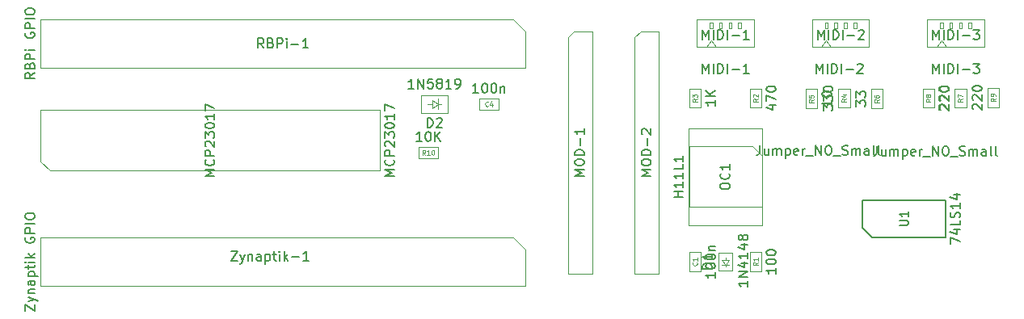
<source format=gbr>
G04 #@! TF.GenerationSoftware,KiCad,Pcbnew,5.0.2-5.fc29*
G04 #@! TF.CreationDate,2019-06-12T15:27:29+02:00*
G04 #@! TF.ProjectId,zynthian_zynaptik,7a796e74-6869-4616-9e5f-7a796e617074,1.0*
G04 #@! TF.SameCoordinates,Original*
G04 #@! TF.FileFunction,Other,Fab,Top*
%FSLAX46Y46*%
G04 Gerber Fmt 4.6, Leading zero omitted, Abs format (unit mm)*
G04 Created by KiCad (PCBNEW 5.0.2-5.fc29) date mié 12 jun 2019 15:27:29 CEST*
%MOMM*%
%LPD*%
G01*
G04 APERTURE LIST*
%ADD10C,0.150000*%
%ADD11C,0.100000*%
%ADD12C,0.135000*%
%ADD13C,0.080000*%
G04 APERTURE END LIST*
D10*
G04 #@! TO.C,U1*
X155352500Y-124076500D02*
X155352500Y-121176500D01*
X155352500Y-121176500D02*
X164052500Y-121176500D01*
X164052500Y-121176500D02*
X164052500Y-125076500D01*
X164052500Y-125076500D02*
X156352500Y-125076500D01*
X156352500Y-125076500D02*
X155352500Y-124076500D01*
D11*
G04 #@! TO.C,MCP23017*
X69215000Y-117110000D02*
X69215000Y-111760000D01*
X69215000Y-111760000D02*
X104775000Y-111760000D01*
X104775000Y-111760000D02*
X104775000Y-118110000D01*
X104775000Y-118110000D02*
X70215000Y-118110000D01*
X70215000Y-118110000D02*
X69215000Y-117110000D01*
G04 #@! TO.C,C1*
X138395000Y-128635000D02*
X137195000Y-128635000D01*
X137195000Y-128635000D02*
X137195000Y-126635000D01*
X137195000Y-126635000D02*
X138395000Y-126635000D01*
X138395000Y-126635000D02*
X138395000Y-128635000D01*
G04 #@! TO.C,C4*
X115205000Y-110525000D02*
X117205000Y-110525000D01*
X115205000Y-111725000D02*
X115205000Y-110525000D01*
X117205000Y-111725000D02*
X115205000Y-111725000D01*
X117205000Y-110525000D02*
X117205000Y-111725000D01*
G04 #@! TO.C,D1*
X140270000Y-128535000D02*
X140270000Y-126735000D01*
X140270000Y-126735000D02*
X141670000Y-126735000D01*
X141670000Y-126735000D02*
X141670000Y-128535000D01*
X141670000Y-128535000D02*
X140270000Y-128535000D01*
X140620000Y-127935000D02*
X141320000Y-127935000D01*
X140970000Y-127935000D02*
X140970000Y-128135000D01*
X140970000Y-127935000D02*
X140620000Y-127435000D01*
X140620000Y-127435000D02*
X141320000Y-127435000D01*
X141320000Y-127435000D02*
X140970000Y-127935000D01*
X140970000Y-127435000D02*
X140970000Y-127185000D01*
G04 #@! TO.C,D2*
X110240000Y-111125000D02*
X109740000Y-111125000D01*
X110240000Y-110725000D02*
X110840000Y-111125000D01*
X110240000Y-111525000D02*
X110240000Y-110725000D01*
X110840000Y-111125000D02*
X110240000Y-111525000D01*
X110840000Y-111125000D02*
X110840000Y-110575000D01*
X110840000Y-111125000D02*
X110840000Y-111675000D01*
X111240000Y-111125000D02*
X110840000Y-111125000D01*
X111890000Y-110225000D02*
X111890000Y-112025000D01*
X109090000Y-110225000D02*
X111890000Y-110225000D01*
X109090000Y-112025000D02*
X109090000Y-110225000D01*
X111890000Y-112025000D02*
X109090000Y-112025000D01*
G04 #@! TO.C,MIDI-1*
X137970000Y-105140000D02*
X143970000Y-105140000D01*
X137970000Y-102240000D02*
X143970000Y-102240000D01*
X137970000Y-105140000D02*
X137970000Y-102240000D01*
X143970000Y-105140000D02*
X143970000Y-102240000D01*
X139320000Y-102590000D02*
X139320000Y-103190000D01*
X139320000Y-103190000D02*
X139620000Y-103190000D01*
X139620000Y-103190000D02*
X139620000Y-102590000D01*
X139620000Y-102590000D02*
X139320000Y-102590000D01*
X140320000Y-102590000D02*
X140320000Y-103190000D01*
X140320000Y-103190000D02*
X140620000Y-103190000D01*
X140620000Y-103190000D02*
X140620000Y-102590000D01*
X140620000Y-102590000D02*
X140320000Y-102590000D01*
X141320000Y-102590000D02*
X141320000Y-103190000D01*
X141320000Y-103190000D02*
X141620000Y-103190000D01*
X141620000Y-103190000D02*
X141620000Y-102590000D01*
X141620000Y-102590000D02*
X141320000Y-102590000D01*
X142320000Y-102590000D02*
X142320000Y-103190000D01*
X142320000Y-103190000D02*
X142620000Y-103190000D01*
X142620000Y-103190000D02*
X142620000Y-102590000D01*
X142620000Y-102590000D02*
X142320000Y-102590000D01*
X138970000Y-105140000D02*
X139470000Y-104432893D01*
X139470000Y-104432893D02*
X139970000Y-105140000D01*
G04 #@! TO.C,MIDI-2*
X151535000Y-104432893D02*
X152035000Y-105140000D01*
X151035000Y-105140000D02*
X151535000Y-104432893D01*
X154685000Y-102590000D02*
X154385000Y-102590000D01*
X154685000Y-103190000D02*
X154685000Y-102590000D01*
X154385000Y-103190000D02*
X154685000Y-103190000D01*
X154385000Y-102590000D02*
X154385000Y-103190000D01*
X153685000Y-102590000D02*
X153385000Y-102590000D01*
X153685000Y-103190000D02*
X153685000Y-102590000D01*
X153385000Y-103190000D02*
X153685000Y-103190000D01*
X153385000Y-102590000D02*
X153385000Y-103190000D01*
X152685000Y-102590000D02*
X152385000Y-102590000D01*
X152685000Y-103190000D02*
X152685000Y-102590000D01*
X152385000Y-103190000D02*
X152685000Y-103190000D01*
X152385000Y-102590000D02*
X152385000Y-103190000D01*
X151685000Y-102590000D02*
X151385000Y-102590000D01*
X151685000Y-103190000D02*
X151685000Y-102590000D01*
X151385000Y-103190000D02*
X151685000Y-103190000D01*
X151385000Y-102590000D02*
X151385000Y-103190000D01*
X156035000Y-105140000D02*
X156035000Y-102240000D01*
X150035000Y-105140000D02*
X150035000Y-102240000D01*
X150035000Y-102240000D02*
X156035000Y-102240000D01*
X150035000Y-105140000D02*
X156035000Y-105140000D01*
G04 #@! TO.C,MIDI-3*
X162100000Y-105140000D02*
X168100000Y-105140000D01*
X162100000Y-102240000D02*
X168100000Y-102240000D01*
X162100000Y-105140000D02*
X162100000Y-102240000D01*
X168100000Y-105140000D02*
X168100000Y-102240000D01*
X163450000Y-102590000D02*
X163450000Y-103190000D01*
X163450000Y-103190000D02*
X163750000Y-103190000D01*
X163750000Y-103190000D02*
X163750000Y-102590000D01*
X163750000Y-102590000D02*
X163450000Y-102590000D01*
X164450000Y-102590000D02*
X164450000Y-103190000D01*
X164450000Y-103190000D02*
X164750000Y-103190000D01*
X164750000Y-103190000D02*
X164750000Y-102590000D01*
X164750000Y-102590000D02*
X164450000Y-102590000D01*
X165450000Y-102590000D02*
X165450000Y-103190000D01*
X165450000Y-103190000D02*
X165750000Y-103190000D01*
X165750000Y-103190000D02*
X165750000Y-102590000D01*
X165750000Y-102590000D02*
X165450000Y-102590000D01*
X166450000Y-102590000D02*
X166450000Y-103190000D01*
X166450000Y-103190000D02*
X166750000Y-103190000D01*
X166750000Y-103190000D02*
X166750000Y-102590000D01*
X166750000Y-102590000D02*
X166450000Y-102590000D01*
X163100000Y-105140000D02*
X163600000Y-104432893D01*
X163600000Y-104432893D02*
X164100000Y-105140000D01*
G04 #@! TO.C,MOD-1*
X125095000Y-103505000D02*
X127000000Y-103505000D01*
X127000000Y-103505000D02*
X127000000Y-128905000D01*
X127000000Y-128905000D02*
X124460000Y-128905000D01*
X124460000Y-128905000D02*
X124460000Y-104140000D01*
X124460000Y-104140000D02*
X125095000Y-103505000D01*
G04 #@! TO.C,MOD-2*
X131445000Y-104140000D02*
X132080000Y-103505000D01*
X131445000Y-128905000D02*
X131445000Y-104140000D01*
X133985000Y-128905000D02*
X131445000Y-128905000D01*
X133985000Y-103505000D02*
X133985000Y-128905000D01*
X132080000Y-103505000D02*
X133985000Y-103505000D01*
G04 #@! TO.C,OC1*
X144840000Y-123825000D02*
X144840000Y-113665000D01*
X137100000Y-123825000D02*
X144840000Y-123825000D01*
X137100000Y-113665000D02*
X137100000Y-123825000D01*
X144840000Y-113665000D02*
X137100000Y-113665000D01*
X143780000Y-115570000D02*
X144780000Y-116570000D01*
X137160000Y-115570000D02*
X143780000Y-115570000D01*
X137160000Y-121920000D02*
X137160000Y-115570000D01*
X144780000Y-121920000D02*
X137160000Y-121920000D01*
X144780000Y-116570000D02*
X144780000Y-121920000D01*
G04 #@! TO.C,R1*
X144745000Y-126635000D02*
X144745000Y-128635000D01*
X143545000Y-126635000D02*
X144745000Y-126635000D01*
X143545000Y-128635000D02*
X143545000Y-126635000D01*
X144745000Y-128635000D02*
X143545000Y-128635000D01*
G04 #@! TO.C,R2*
X144745000Y-109490000D02*
X144745000Y-111490000D01*
X143545000Y-109490000D02*
X144745000Y-109490000D01*
X143545000Y-111490000D02*
X143545000Y-109490000D01*
X144745000Y-111490000D02*
X143545000Y-111490000D01*
G04 #@! TO.C,R3*
X138395000Y-111490000D02*
X137195000Y-111490000D01*
X137195000Y-111490000D02*
X137195000Y-109490000D01*
X137195000Y-109490000D02*
X138395000Y-109490000D01*
X138395000Y-109490000D02*
X138395000Y-111490000D01*
G04 #@! TO.C,R10*
X110855000Y-115605000D02*
X110855000Y-116805000D01*
X110855000Y-116805000D02*
X108855000Y-116805000D01*
X108855000Y-116805000D02*
X108855000Y-115605000D01*
X108855000Y-115605000D02*
X110855000Y-115605000D01*
G04 #@! TO.C,RBPi-1*
X118745000Y-102235000D02*
X120015000Y-103505000D01*
X69215000Y-102235000D02*
X118745000Y-102235000D01*
X69215000Y-107315000D02*
X69215000Y-102235000D01*
X120015000Y-107315000D02*
X69215000Y-107315000D01*
X120015000Y-103505000D02*
X120015000Y-107315000D01*
G04 #@! TO.C,Zynaptik-1*
X120015000Y-126365000D02*
X120015000Y-130175000D01*
X120015000Y-130175000D02*
X69215000Y-130175000D01*
X69215000Y-130175000D02*
X69215000Y-125095000D01*
X69215000Y-125095000D02*
X118745000Y-125095000D01*
X118745000Y-125095000D02*
X120015000Y-126365000D01*
G04 #@! TO.C,R4*
X152816000Y-111490000D02*
X152816000Y-109490000D01*
X154016000Y-111490000D02*
X152816000Y-111490000D01*
X154016000Y-109490000D02*
X154016000Y-111490000D01*
X152816000Y-109490000D02*
X154016000Y-109490000D01*
G04 #@! TO.C,R5*
X150587000Y-111553500D02*
X149387000Y-111553500D01*
X149387000Y-111553500D02*
X149387000Y-109553500D01*
X149387000Y-109553500D02*
X150587000Y-109553500D01*
X150587000Y-109553500D02*
X150587000Y-111553500D01*
G04 #@! TO.C,R6*
X156245000Y-111553500D02*
X156245000Y-109553500D01*
X157445000Y-111553500D02*
X156245000Y-111553500D01*
X157445000Y-109553500D02*
X157445000Y-111553500D01*
X156245000Y-109553500D02*
X157445000Y-109553500D01*
G04 #@! TO.C,R7*
X165008000Y-109490000D02*
X166208000Y-109490000D01*
X166208000Y-109490000D02*
X166208000Y-111490000D01*
X166208000Y-111490000D02*
X165008000Y-111490000D01*
X165008000Y-111490000D02*
X165008000Y-109490000D01*
G04 #@! TO.C,R8*
X162842500Y-109490000D02*
X162842500Y-111490000D01*
X161642500Y-109490000D02*
X162842500Y-109490000D01*
X161642500Y-111490000D02*
X161642500Y-109490000D01*
X162842500Y-111490000D02*
X161642500Y-111490000D01*
G04 #@! TO.C,R9*
X168437000Y-109426500D02*
X169637000Y-109426500D01*
X169637000Y-109426500D02*
X169637000Y-111426500D01*
X169637000Y-111426500D02*
X168437000Y-111426500D01*
X168437000Y-111426500D02*
X168437000Y-109426500D01*
G04 #@! TD*
G04 #@! TO.C,U1*
D10*
X164529880Y-125769357D02*
X164529880Y-125102690D01*
X165529880Y-125531261D01*
X164863214Y-124293166D02*
X165529880Y-124293166D01*
X164482261Y-124531261D02*
X165196547Y-124769357D01*
X165196547Y-124150309D01*
X165529880Y-123293166D02*
X165529880Y-123769357D01*
X164529880Y-123769357D01*
X165482261Y-123007452D02*
X165529880Y-122864595D01*
X165529880Y-122626500D01*
X165482261Y-122531261D01*
X165434642Y-122483642D01*
X165339404Y-122436023D01*
X165244166Y-122436023D01*
X165148928Y-122483642D01*
X165101309Y-122531261D01*
X165053690Y-122626500D01*
X165006071Y-122816976D01*
X164958452Y-122912214D01*
X164910833Y-122959833D01*
X164815595Y-123007452D01*
X164720357Y-123007452D01*
X164625119Y-122959833D01*
X164577500Y-122912214D01*
X164529880Y-122816976D01*
X164529880Y-122578880D01*
X164577500Y-122436023D01*
X165529880Y-121483642D02*
X165529880Y-122055071D01*
X165529880Y-121769357D02*
X164529880Y-121769357D01*
X164672738Y-121864595D01*
X164767976Y-121959833D01*
X164815595Y-122055071D01*
X164863214Y-120626500D02*
X165529880Y-120626500D01*
X164482261Y-120864595D02*
X165196547Y-121102690D01*
X165196547Y-120483642D01*
D12*
X159209642Y-123812214D02*
X159938214Y-123812214D01*
X160023928Y-123769357D01*
X160066785Y-123726500D01*
X160109642Y-123640785D01*
X160109642Y-123469357D01*
X160066785Y-123383642D01*
X160023928Y-123340785D01*
X159938214Y-123297928D01*
X159209642Y-123297928D01*
X160109642Y-122397928D02*
X160109642Y-122912214D01*
X160109642Y-122655071D02*
X159209642Y-122655071D01*
X159338214Y-122740785D01*
X159423928Y-122826500D01*
X159466785Y-122912214D01*
G04 #@! TO.C,MCP23017*
D10*
X106287380Y-118649285D02*
X105287380Y-118649285D01*
X106001666Y-118315952D01*
X105287380Y-117982619D01*
X106287380Y-117982619D01*
X106192142Y-116935000D02*
X106239761Y-116982619D01*
X106287380Y-117125476D01*
X106287380Y-117220714D01*
X106239761Y-117363571D01*
X106144523Y-117458809D01*
X106049285Y-117506428D01*
X105858809Y-117554047D01*
X105715952Y-117554047D01*
X105525476Y-117506428D01*
X105430238Y-117458809D01*
X105335000Y-117363571D01*
X105287380Y-117220714D01*
X105287380Y-117125476D01*
X105335000Y-116982619D01*
X105382619Y-116935000D01*
X106287380Y-116506428D02*
X105287380Y-116506428D01*
X105287380Y-116125476D01*
X105335000Y-116030238D01*
X105382619Y-115982619D01*
X105477857Y-115935000D01*
X105620714Y-115935000D01*
X105715952Y-115982619D01*
X105763571Y-116030238D01*
X105811190Y-116125476D01*
X105811190Y-116506428D01*
X105382619Y-115554047D02*
X105335000Y-115506428D01*
X105287380Y-115411190D01*
X105287380Y-115173095D01*
X105335000Y-115077857D01*
X105382619Y-115030238D01*
X105477857Y-114982619D01*
X105573095Y-114982619D01*
X105715952Y-115030238D01*
X106287380Y-115601666D01*
X106287380Y-114982619D01*
X105287380Y-114649285D02*
X105287380Y-114030238D01*
X105668333Y-114363571D01*
X105668333Y-114220714D01*
X105715952Y-114125476D01*
X105763571Y-114077857D01*
X105858809Y-114030238D01*
X106096904Y-114030238D01*
X106192142Y-114077857D01*
X106239761Y-114125476D01*
X106287380Y-114220714D01*
X106287380Y-114506428D01*
X106239761Y-114601666D01*
X106192142Y-114649285D01*
X105287380Y-113411190D02*
X105287380Y-113315952D01*
X105335000Y-113220714D01*
X105382619Y-113173095D01*
X105477857Y-113125476D01*
X105668333Y-113077857D01*
X105906428Y-113077857D01*
X106096904Y-113125476D01*
X106192142Y-113173095D01*
X106239761Y-113220714D01*
X106287380Y-113315952D01*
X106287380Y-113411190D01*
X106239761Y-113506428D01*
X106192142Y-113554047D01*
X106096904Y-113601666D01*
X105906428Y-113649285D01*
X105668333Y-113649285D01*
X105477857Y-113601666D01*
X105382619Y-113554047D01*
X105335000Y-113506428D01*
X105287380Y-113411190D01*
X106287380Y-112125476D02*
X106287380Y-112696904D01*
X106287380Y-112411190D02*
X105287380Y-112411190D01*
X105430238Y-112506428D01*
X105525476Y-112601666D01*
X105573095Y-112696904D01*
X105287380Y-111792142D02*
X105287380Y-111125476D01*
X106287380Y-111554047D01*
X87447380Y-118649285D02*
X86447380Y-118649285D01*
X87161666Y-118315952D01*
X86447380Y-117982619D01*
X87447380Y-117982619D01*
X87352142Y-116935000D02*
X87399761Y-116982619D01*
X87447380Y-117125476D01*
X87447380Y-117220714D01*
X87399761Y-117363571D01*
X87304523Y-117458809D01*
X87209285Y-117506428D01*
X87018809Y-117554047D01*
X86875952Y-117554047D01*
X86685476Y-117506428D01*
X86590238Y-117458809D01*
X86495000Y-117363571D01*
X86447380Y-117220714D01*
X86447380Y-117125476D01*
X86495000Y-116982619D01*
X86542619Y-116935000D01*
X87447380Y-116506428D02*
X86447380Y-116506428D01*
X86447380Y-116125476D01*
X86495000Y-116030238D01*
X86542619Y-115982619D01*
X86637857Y-115935000D01*
X86780714Y-115935000D01*
X86875952Y-115982619D01*
X86923571Y-116030238D01*
X86971190Y-116125476D01*
X86971190Y-116506428D01*
X86542619Y-115554047D02*
X86495000Y-115506428D01*
X86447380Y-115411190D01*
X86447380Y-115173095D01*
X86495000Y-115077857D01*
X86542619Y-115030238D01*
X86637857Y-114982619D01*
X86733095Y-114982619D01*
X86875952Y-115030238D01*
X87447380Y-115601666D01*
X87447380Y-114982619D01*
X86447380Y-114649285D02*
X86447380Y-114030238D01*
X86828333Y-114363571D01*
X86828333Y-114220714D01*
X86875952Y-114125476D01*
X86923571Y-114077857D01*
X87018809Y-114030238D01*
X87256904Y-114030238D01*
X87352142Y-114077857D01*
X87399761Y-114125476D01*
X87447380Y-114220714D01*
X87447380Y-114506428D01*
X87399761Y-114601666D01*
X87352142Y-114649285D01*
X86447380Y-113411190D02*
X86447380Y-113315952D01*
X86495000Y-113220714D01*
X86542619Y-113173095D01*
X86637857Y-113125476D01*
X86828333Y-113077857D01*
X87066428Y-113077857D01*
X87256904Y-113125476D01*
X87352142Y-113173095D01*
X87399761Y-113220714D01*
X87447380Y-113315952D01*
X87447380Y-113411190D01*
X87399761Y-113506428D01*
X87352142Y-113554047D01*
X87256904Y-113601666D01*
X87066428Y-113649285D01*
X86828333Y-113649285D01*
X86637857Y-113601666D01*
X86542619Y-113554047D01*
X86495000Y-113506428D01*
X86447380Y-113411190D01*
X87447380Y-112125476D02*
X87447380Y-112696904D01*
X87447380Y-112411190D02*
X86447380Y-112411190D01*
X86590238Y-112506428D01*
X86685476Y-112601666D01*
X86733095Y-112696904D01*
X86447380Y-111792142D02*
X86447380Y-111125476D01*
X87447380Y-111554047D01*
G04 #@! TO.C,C1*
X139897380Y-128754047D02*
X139897380Y-129325476D01*
X139897380Y-129039761D02*
X138897380Y-129039761D01*
X139040238Y-129135000D01*
X139135476Y-129230238D01*
X139183095Y-129325476D01*
X138897380Y-128135000D02*
X138897380Y-128039761D01*
X138945000Y-127944523D01*
X138992619Y-127896904D01*
X139087857Y-127849285D01*
X139278333Y-127801666D01*
X139516428Y-127801666D01*
X139706904Y-127849285D01*
X139802142Y-127896904D01*
X139849761Y-127944523D01*
X139897380Y-128039761D01*
X139897380Y-128135000D01*
X139849761Y-128230238D01*
X139802142Y-128277857D01*
X139706904Y-128325476D01*
X139516428Y-128373095D01*
X139278333Y-128373095D01*
X139087857Y-128325476D01*
X138992619Y-128277857D01*
X138945000Y-128230238D01*
X138897380Y-128135000D01*
X138897380Y-127182619D02*
X138897380Y-127087380D01*
X138945000Y-126992142D01*
X138992619Y-126944523D01*
X139087857Y-126896904D01*
X139278333Y-126849285D01*
X139516428Y-126849285D01*
X139706904Y-126896904D01*
X139802142Y-126944523D01*
X139849761Y-126992142D01*
X139897380Y-127087380D01*
X139897380Y-127182619D01*
X139849761Y-127277857D01*
X139802142Y-127325476D01*
X139706904Y-127373095D01*
X139516428Y-127420714D01*
X139278333Y-127420714D01*
X139087857Y-127373095D01*
X138992619Y-127325476D01*
X138945000Y-127277857D01*
X138897380Y-127182619D01*
X139230714Y-126420714D02*
X139897380Y-126420714D01*
X139325952Y-126420714D02*
X139278333Y-126373095D01*
X139230714Y-126277857D01*
X139230714Y-126135000D01*
X139278333Y-126039761D01*
X139373571Y-125992142D01*
X139897380Y-125992142D01*
D13*
X137973571Y-127718333D02*
X137997380Y-127742142D01*
X138021190Y-127813571D01*
X138021190Y-127861190D01*
X137997380Y-127932619D01*
X137949761Y-127980238D01*
X137902142Y-128004047D01*
X137806904Y-128027857D01*
X137735476Y-128027857D01*
X137640238Y-128004047D01*
X137592619Y-127980238D01*
X137545000Y-127932619D01*
X137521190Y-127861190D01*
X137521190Y-127813571D01*
X137545000Y-127742142D01*
X137568809Y-127718333D01*
X138021190Y-127242142D02*
X138021190Y-127527857D01*
X138021190Y-127385000D02*
X137521190Y-127385000D01*
X137592619Y-127432619D01*
X137640238Y-127480238D01*
X137664047Y-127527857D01*
G04 #@! TO.C,C4*
D10*
X115085952Y-109927380D02*
X114514523Y-109927380D01*
X114800238Y-109927380D02*
X114800238Y-108927380D01*
X114705000Y-109070238D01*
X114609761Y-109165476D01*
X114514523Y-109213095D01*
X115705000Y-108927380D02*
X115800238Y-108927380D01*
X115895476Y-108975000D01*
X115943095Y-109022619D01*
X115990714Y-109117857D01*
X116038333Y-109308333D01*
X116038333Y-109546428D01*
X115990714Y-109736904D01*
X115943095Y-109832142D01*
X115895476Y-109879761D01*
X115800238Y-109927380D01*
X115705000Y-109927380D01*
X115609761Y-109879761D01*
X115562142Y-109832142D01*
X115514523Y-109736904D01*
X115466904Y-109546428D01*
X115466904Y-109308333D01*
X115514523Y-109117857D01*
X115562142Y-109022619D01*
X115609761Y-108975000D01*
X115705000Y-108927380D01*
X116657380Y-108927380D02*
X116752619Y-108927380D01*
X116847857Y-108975000D01*
X116895476Y-109022619D01*
X116943095Y-109117857D01*
X116990714Y-109308333D01*
X116990714Y-109546428D01*
X116943095Y-109736904D01*
X116895476Y-109832142D01*
X116847857Y-109879761D01*
X116752619Y-109927380D01*
X116657380Y-109927380D01*
X116562142Y-109879761D01*
X116514523Y-109832142D01*
X116466904Y-109736904D01*
X116419285Y-109546428D01*
X116419285Y-109308333D01*
X116466904Y-109117857D01*
X116514523Y-109022619D01*
X116562142Y-108975000D01*
X116657380Y-108927380D01*
X117419285Y-109260714D02*
X117419285Y-109927380D01*
X117419285Y-109355952D02*
X117466904Y-109308333D01*
X117562142Y-109260714D01*
X117705000Y-109260714D01*
X117800238Y-109308333D01*
X117847857Y-109403571D01*
X117847857Y-109927380D01*
D13*
X116121666Y-111303571D02*
X116097857Y-111327380D01*
X116026428Y-111351190D01*
X115978809Y-111351190D01*
X115907380Y-111327380D01*
X115859761Y-111279761D01*
X115835952Y-111232142D01*
X115812142Y-111136904D01*
X115812142Y-111065476D01*
X115835952Y-110970238D01*
X115859761Y-110922619D01*
X115907380Y-110875000D01*
X115978809Y-110851190D01*
X116026428Y-110851190D01*
X116097857Y-110875000D01*
X116121666Y-110898809D01*
X116550238Y-111017857D02*
X116550238Y-111351190D01*
X116431190Y-110827380D02*
X116312142Y-111184523D01*
X116621666Y-111184523D01*
G04 #@! TO.C,D1*
D10*
X143322380Y-129677857D02*
X143322380Y-130249285D01*
X143322380Y-129963571D02*
X142322380Y-129963571D01*
X142465238Y-130058809D01*
X142560476Y-130154047D01*
X142608095Y-130249285D01*
X143322380Y-129249285D02*
X142322380Y-129249285D01*
X143322380Y-128677857D01*
X142322380Y-128677857D01*
X142655714Y-127773095D02*
X143322380Y-127773095D01*
X142274761Y-128011190D02*
X142989047Y-128249285D01*
X142989047Y-127630238D01*
X143322380Y-126725476D02*
X143322380Y-127296904D01*
X143322380Y-127011190D02*
X142322380Y-127011190D01*
X142465238Y-127106428D01*
X142560476Y-127201666D01*
X142608095Y-127296904D01*
X142655714Y-125868333D02*
X143322380Y-125868333D01*
X142274761Y-126106428D02*
X142989047Y-126344523D01*
X142989047Y-125725476D01*
X142750952Y-125201666D02*
X142703333Y-125296904D01*
X142655714Y-125344523D01*
X142560476Y-125392142D01*
X142512857Y-125392142D01*
X142417619Y-125344523D01*
X142370000Y-125296904D01*
X142322380Y-125201666D01*
X142322380Y-125011190D01*
X142370000Y-124915952D01*
X142417619Y-124868333D01*
X142512857Y-124820714D01*
X142560476Y-124820714D01*
X142655714Y-124868333D01*
X142703333Y-124915952D01*
X142750952Y-125011190D01*
X142750952Y-125201666D01*
X142798571Y-125296904D01*
X142846190Y-125344523D01*
X142941428Y-125392142D01*
X143131904Y-125392142D01*
X143227142Y-125344523D01*
X143274761Y-125296904D01*
X143322380Y-125201666D01*
X143322380Y-125011190D01*
X143274761Y-124915952D01*
X143227142Y-124868333D01*
X143131904Y-124820714D01*
X142941428Y-124820714D01*
X142846190Y-124868333D01*
X142798571Y-124915952D01*
X142750952Y-125011190D01*
X139572380Y-128373095D02*
X138572380Y-128373095D01*
X138572380Y-128135000D01*
X138620000Y-127992142D01*
X138715238Y-127896904D01*
X138810476Y-127849285D01*
X139000952Y-127801666D01*
X139143809Y-127801666D01*
X139334285Y-127849285D01*
X139429523Y-127896904D01*
X139524761Y-127992142D01*
X139572380Y-128135000D01*
X139572380Y-128373095D01*
X139572380Y-126849285D02*
X139572380Y-127420714D01*
X139572380Y-127135000D02*
X138572380Y-127135000D01*
X138715238Y-127230238D01*
X138810476Y-127325476D01*
X138858095Y-127420714D01*
G04 #@! TO.C,D2*
X108347142Y-109477380D02*
X107775714Y-109477380D01*
X108061428Y-109477380D02*
X108061428Y-108477380D01*
X107966190Y-108620238D01*
X107870952Y-108715476D01*
X107775714Y-108763095D01*
X108775714Y-109477380D02*
X108775714Y-108477380D01*
X109347142Y-109477380D01*
X109347142Y-108477380D01*
X110299523Y-108477380D02*
X109823333Y-108477380D01*
X109775714Y-108953571D01*
X109823333Y-108905952D01*
X109918571Y-108858333D01*
X110156666Y-108858333D01*
X110251904Y-108905952D01*
X110299523Y-108953571D01*
X110347142Y-109048809D01*
X110347142Y-109286904D01*
X110299523Y-109382142D01*
X110251904Y-109429761D01*
X110156666Y-109477380D01*
X109918571Y-109477380D01*
X109823333Y-109429761D01*
X109775714Y-109382142D01*
X110918571Y-108905952D02*
X110823333Y-108858333D01*
X110775714Y-108810714D01*
X110728095Y-108715476D01*
X110728095Y-108667857D01*
X110775714Y-108572619D01*
X110823333Y-108525000D01*
X110918571Y-108477380D01*
X111109047Y-108477380D01*
X111204285Y-108525000D01*
X111251904Y-108572619D01*
X111299523Y-108667857D01*
X111299523Y-108715476D01*
X111251904Y-108810714D01*
X111204285Y-108858333D01*
X111109047Y-108905952D01*
X110918571Y-108905952D01*
X110823333Y-108953571D01*
X110775714Y-109001190D01*
X110728095Y-109096428D01*
X110728095Y-109286904D01*
X110775714Y-109382142D01*
X110823333Y-109429761D01*
X110918571Y-109477380D01*
X111109047Y-109477380D01*
X111204285Y-109429761D01*
X111251904Y-109382142D01*
X111299523Y-109286904D01*
X111299523Y-109096428D01*
X111251904Y-109001190D01*
X111204285Y-108953571D01*
X111109047Y-108905952D01*
X112251904Y-109477380D02*
X111680476Y-109477380D01*
X111966190Y-109477380D02*
X111966190Y-108477380D01*
X111870952Y-108620238D01*
X111775714Y-108715476D01*
X111680476Y-108763095D01*
X112728095Y-109477380D02*
X112918571Y-109477380D01*
X113013809Y-109429761D01*
X113061428Y-109382142D01*
X113156666Y-109239285D01*
X113204285Y-109048809D01*
X113204285Y-108667857D01*
X113156666Y-108572619D01*
X113109047Y-108525000D01*
X113013809Y-108477380D01*
X112823333Y-108477380D01*
X112728095Y-108525000D01*
X112680476Y-108572619D01*
X112632857Y-108667857D01*
X112632857Y-108905952D01*
X112680476Y-109001190D01*
X112728095Y-109048809D01*
X112823333Y-109096428D01*
X113013809Y-109096428D01*
X113109047Y-109048809D01*
X113156666Y-109001190D01*
X113204285Y-108905952D01*
X109751904Y-113577380D02*
X109751904Y-112577380D01*
X109990000Y-112577380D01*
X110132857Y-112625000D01*
X110228095Y-112720238D01*
X110275714Y-112815476D01*
X110323333Y-113005952D01*
X110323333Y-113148809D01*
X110275714Y-113339285D01*
X110228095Y-113434523D01*
X110132857Y-113529761D01*
X109990000Y-113577380D01*
X109751904Y-113577380D01*
X110704285Y-112672619D02*
X110751904Y-112625000D01*
X110847142Y-112577380D01*
X111085238Y-112577380D01*
X111180476Y-112625000D01*
X111228095Y-112672619D01*
X111275714Y-112767857D01*
X111275714Y-112863095D01*
X111228095Y-113005952D01*
X110656666Y-113577380D01*
X111275714Y-113577380D01*
G04 #@! TO.C,MIDI-1*
X138565238Y-107894380D02*
X138565238Y-106894380D01*
X138898571Y-107608666D01*
X139231904Y-106894380D01*
X139231904Y-107894380D01*
X139708095Y-107894380D02*
X139708095Y-106894380D01*
X140184285Y-107894380D02*
X140184285Y-106894380D01*
X140422380Y-106894380D01*
X140565238Y-106942000D01*
X140660476Y-107037238D01*
X140708095Y-107132476D01*
X140755714Y-107322952D01*
X140755714Y-107465809D01*
X140708095Y-107656285D01*
X140660476Y-107751523D01*
X140565238Y-107846761D01*
X140422380Y-107894380D01*
X140184285Y-107894380D01*
X141184285Y-107894380D02*
X141184285Y-106894380D01*
X141660476Y-107513428D02*
X142422380Y-107513428D01*
X143422380Y-107894380D02*
X142850952Y-107894380D01*
X143136666Y-107894380D02*
X143136666Y-106894380D01*
X143041428Y-107037238D01*
X142946190Y-107132476D01*
X142850952Y-107180095D01*
X138565238Y-104342380D02*
X138565238Y-103342380D01*
X138898571Y-104056666D01*
X139231904Y-103342380D01*
X139231904Y-104342380D01*
X139708095Y-104342380D02*
X139708095Y-103342380D01*
X140184285Y-104342380D02*
X140184285Y-103342380D01*
X140422380Y-103342380D01*
X140565238Y-103390000D01*
X140660476Y-103485238D01*
X140708095Y-103580476D01*
X140755714Y-103770952D01*
X140755714Y-103913809D01*
X140708095Y-104104285D01*
X140660476Y-104199523D01*
X140565238Y-104294761D01*
X140422380Y-104342380D01*
X140184285Y-104342380D01*
X141184285Y-104342380D02*
X141184285Y-103342380D01*
X141660476Y-103961428D02*
X142422380Y-103961428D01*
X143422380Y-104342380D02*
X142850952Y-104342380D01*
X143136666Y-104342380D02*
X143136666Y-103342380D01*
X143041428Y-103485238D01*
X142946190Y-103580476D01*
X142850952Y-103628095D01*
G04 #@! TO.C,MIDI-2*
X150503238Y-107894380D02*
X150503238Y-106894380D01*
X150836571Y-107608666D01*
X151169904Y-106894380D01*
X151169904Y-107894380D01*
X151646095Y-107894380D02*
X151646095Y-106894380D01*
X152122285Y-107894380D02*
X152122285Y-106894380D01*
X152360380Y-106894380D01*
X152503238Y-106942000D01*
X152598476Y-107037238D01*
X152646095Y-107132476D01*
X152693714Y-107322952D01*
X152693714Y-107465809D01*
X152646095Y-107656285D01*
X152598476Y-107751523D01*
X152503238Y-107846761D01*
X152360380Y-107894380D01*
X152122285Y-107894380D01*
X153122285Y-107894380D02*
X153122285Y-106894380D01*
X153598476Y-107513428D02*
X154360380Y-107513428D01*
X154788952Y-106989619D02*
X154836571Y-106942000D01*
X154931809Y-106894380D01*
X155169904Y-106894380D01*
X155265142Y-106942000D01*
X155312761Y-106989619D01*
X155360380Y-107084857D01*
X155360380Y-107180095D01*
X155312761Y-107322952D01*
X154741333Y-107894380D01*
X155360380Y-107894380D01*
X150630238Y-104342380D02*
X150630238Y-103342380D01*
X150963571Y-104056666D01*
X151296904Y-103342380D01*
X151296904Y-104342380D01*
X151773095Y-104342380D02*
X151773095Y-103342380D01*
X152249285Y-104342380D02*
X152249285Y-103342380D01*
X152487380Y-103342380D01*
X152630238Y-103390000D01*
X152725476Y-103485238D01*
X152773095Y-103580476D01*
X152820714Y-103770952D01*
X152820714Y-103913809D01*
X152773095Y-104104285D01*
X152725476Y-104199523D01*
X152630238Y-104294761D01*
X152487380Y-104342380D01*
X152249285Y-104342380D01*
X153249285Y-104342380D02*
X153249285Y-103342380D01*
X153725476Y-103961428D02*
X154487380Y-103961428D01*
X154915952Y-103437619D02*
X154963571Y-103390000D01*
X155058809Y-103342380D01*
X155296904Y-103342380D01*
X155392142Y-103390000D01*
X155439761Y-103437619D01*
X155487380Y-103532857D01*
X155487380Y-103628095D01*
X155439761Y-103770952D01*
X154868333Y-104342380D01*
X155487380Y-104342380D01*
G04 #@! TO.C,MIDI-3*
X162695238Y-107894380D02*
X162695238Y-106894380D01*
X163028571Y-107608666D01*
X163361904Y-106894380D01*
X163361904Y-107894380D01*
X163838095Y-107894380D02*
X163838095Y-106894380D01*
X164314285Y-107894380D02*
X164314285Y-106894380D01*
X164552380Y-106894380D01*
X164695238Y-106942000D01*
X164790476Y-107037238D01*
X164838095Y-107132476D01*
X164885714Y-107322952D01*
X164885714Y-107465809D01*
X164838095Y-107656285D01*
X164790476Y-107751523D01*
X164695238Y-107846761D01*
X164552380Y-107894380D01*
X164314285Y-107894380D01*
X165314285Y-107894380D02*
X165314285Y-106894380D01*
X165790476Y-107513428D02*
X166552380Y-107513428D01*
X166933333Y-106894380D02*
X167552380Y-106894380D01*
X167219047Y-107275333D01*
X167361904Y-107275333D01*
X167457142Y-107322952D01*
X167504761Y-107370571D01*
X167552380Y-107465809D01*
X167552380Y-107703904D01*
X167504761Y-107799142D01*
X167457142Y-107846761D01*
X167361904Y-107894380D01*
X167076190Y-107894380D01*
X166980952Y-107846761D01*
X166933333Y-107799142D01*
X162695238Y-104342380D02*
X162695238Y-103342380D01*
X163028571Y-104056666D01*
X163361904Y-103342380D01*
X163361904Y-104342380D01*
X163838095Y-104342380D02*
X163838095Y-103342380D01*
X164314285Y-104342380D02*
X164314285Y-103342380D01*
X164552380Y-103342380D01*
X164695238Y-103390000D01*
X164790476Y-103485238D01*
X164838095Y-103580476D01*
X164885714Y-103770952D01*
X164885714Y-103913809D01*
X164838095Y-104104285D01*
X164790476Y-104199523D01*
X164695238Y-104294761D01*
X164552380Y-104342380D01*
X164314285Y-104342380D01*
X165314285Y-104342380D02*
X165314285Y-103342380D01*
X165790476Y-103961428D02*
X166552380Y-103961428D01*
X166933333Y-103342380D02*
X167552380Y-103342380D01*
X167219047Y-103723333D01*
X167361904Y-103723333D01*
X167457142Y-103770952D01*
X167504761Y-103818571D01*
X167552380Y-103913809D01*
X167552380Y-104151904D01*
X167504761Y-104247142D01*
X167457142Y-104294761D01*
X167361904Y-104342380D01*
X167076190Y-104342380D01*
X166980952Y-104294761D01*
X166933333Y-104247142D01*
G04 #@! TO.C,MOD-1*
X126182380Y-118657380D02*
X125182380Y-118657380D01*
X125896666Y-118324047D01*
X125182380Y-117990714D01*
X126182380Y-117990714D01*
X125182380Y-117324047D02*
X125182380Y-117133571D01*
X125230000Y-117038333D01*
X125325238Y-116943095D01*
X125515714Y-116895476D01*
X125849047Y-116895476D01*
X126039523Y-116943095D01*
X126134761Y-117038333D01*
X126182380Y-117133571D01*
X126182380Y-117324047D01*
X126134761Y-117419285D01*
X126039523Y-117514523D01*
X125849047Y-117562142D01*
X125515714Y-117562142D01*
X125325238Y-117514523D01*
X125230000Y-117419285D01*
X125182380Y-117324047D01*
X126182380Y-116466904D02*
X125182380Y-116466904D01*
X125182380Y-116228809D01*
X125230000Y-116085952D01*
X125325238Y-115990714D01*
X125420476Y-115943095D01*
X125610952Y-115895476D01*
X125753809Y-115895476D01*
X125944285Y-115943095D01*
X126039523Y-115990714D01*
X126134761Y-116085952D01*
X126182380Y-116228809D01*
X126182380Y-116466904D01*
X125801428Y-115466904D02*
X125801428Y-114705000D01*
X126182380Y-113705000D02*
X126182380Y-114276428D01*
X126182380Y-113990714D02*
X125182380Y-113990714D01*
X125325238Y-114085952D01*
X125420476Y-114181190D01*
X125468095Y-114276428D01*
G04 #@! TO.C,MOD-2*
X133167380Y-118657380D02*
X132167380Y-118657380D01*
X132881666Y-118324047D01*
X132167380Y-117990714D01*
X133167380Y-117990714D01*
X132167380Y-117324047D02*
X132167380Y-117133571D01*
X132215000Y-117038333D01*
X132310238Y-116943095D01*
X132500714Y-116895476D01*
X132834047Y-116895476D01*
X133024523Y-116943095D01*
X133119761Y-117038333D01*
X133167380Y-117133571D01*
X133167380Y-117324047D01*
X133119761Y-117419285D01*
X133024523Y-117514523D01*
X132834047Y-117562142D01*
X132500714Y-117562142D01*
X132310238Y-117514523D01*
X132215000Y-117419285D01*
X132167380Y-117324047D01*
X133167380Y-116466904D02*
X132167380Y-116466904D01*
X132167380Y-116228809D01*
X132215000Y-116085952D01*
X132310238Y-115990714D01*
X132405476Y-115943095D01*
X132595952Y-115895476D01*
X132738809Y-115895476D01*
X132929285Y-115943095D01*
X133024523Y-115990714D01*
X133119761Y-116085952D01*
X133167380Y-116228809D01*
X133167380Y-116466904D01*
X132786428Y-115466904D02*
X132786428Y-114705000D01*
X132262619Y-114276428D02*
X132215000Y-114228809D01*
X132167380Y-114133571D01*
X132167380Y-113895476D01*
X132215000Y-113800238D01*
X132262619Y-113752619D01*
X132357857Y-113705000D01*
X132453095Y-113705000D01*
X132595952Y-113752619D01*
X133167380Y-114324047D01*
X133167380Y-113705000D01*
G04 #@! TO.C,OC1*
X136552380Y-120864047D02*
X135552380Y-120864047D01*
X136028571Y-120864047D02*
X136028571Y-120292619D01*
X136552380Y-120292619D02*
X135552380Y-120292619D01*
X136552380Y-119292619D02*
X136552380Y-119864047D01*
X136552380Y-119578333D02*
X135552380Y-119578333D01*
X135695238Y-119673571D01*
X135790476Y-119768809D01*
X135838095Y-119864047D01*
X136552380Y-118340238D02*
X136552380Y-118911666D01*
X136552380Y-118625952D02*
X135552380Y-118625952D01*
X135695238Y-118721190D01*
X135790476Y-118816428D01*
X135838095Y-118911666D01*
X136552380Y-117435476D02*
X136552380Y-117911666D01*
X135552380Y-117911666D01*
X136552380Y-116578333D02*
X136552380Y-117149761D01*
X136552380Y-116864047D02*
X135552380Y-116864047D01*
X135695238Y-116959285D01*
X135790476Y-117054523D01*
X135838095Y-117149761D01*
X140422380Y-119816428D02*
X140422380Y-119625952D01*
X140470000Y-119530714D01*
X140565238Y-119435476D01*
X140755714Y-119387857D01*
X141089047Y-119387857D01*
X141279523Y-119435476D01*
X141374761Y-119530714D01*
X141422380Y-119625952D01*
X141422380Y-119816428D01*
X141374761Y-119911666D01*
X141279523Y-120006904D01*
X141089047Y-120054523D01*
X140755714Y-120054523D01*
X140565238Y-120006904D01*
X140470000Y-119911666D01*
X140422380Y-119816428D01*
X141327142Y-118387857D02*
X141374761Y-118435476D01*
X141422380Y-118578333D01*
X141422380Y-118673571D01*
X141374761Y-118816428D01*
X141279523Y-118911666D01*
X141184285Y-118959285D01*
X140993809Y-119006904D01*
X140850952Y-119006904D01*
X140660476Y-118959285D01*
X140565238Y-118911666D01*
X140470000Y-118816428D01*
X140422380Y-118673571D01*
X140422380Y-118578333D01*
X140470000Y-118435476D01*
X140517619Y-118387857D01*
X141422380Y-117435476D02*
X141422380Y-118006904D01*
X141422380Y-117721190D02*
X140422380Y-117721190D01*
X140565238Y-117816428D01*
X140660476Y-117911666D01*
X140708095Y-118006904D01*
G04 #@! TO.C,R1*
X146247380Y-128301666D02*
X146247380Y-128873095D01*
X146247380Y-128587380D02*
X145247380Y-128587380D01*
X145390238Y-128682619D01*
X145485476Y-128777857D01*
X145533095Y-128873095D01*
X145247380Y-127682619D02*
X145247380Y-127587380D01*
X145295000Y-127492142D01*
X145342619Y-127444523D01*
X145437857Y-127396904D01*
X145628333Y-127349285D01*
X145866428Y-127349285D01*
X146056904Y-127396904D01*
X146152142Y-127444523D01*
X146199761Y-127492142D01*
X146247380Y-127587380D01*
X146247380Y-127682619D01*
X146199761Y-127777857D01*
X146152142Y-127825476D01*
X146056904Y-127873095D01*
X145866428Y-127920714D01*
X145628333Y-127920714D01*
X145437857Y-127873095D01*
X145342619Y-127825476D01*
X145295000Y-127777857D01*
X145247380Y-127682619D01*
X145247380Y-126730238D02*
X145247380Y-126635000D01*
X145295000Y-126539761D01*
X145342619Y-126492142D01*
X145437857Y-126444523D01*
X145628333Y-126396904D01*
X145866428Y-126396904D01*
X146056904Y-126444523D01*
X146152142Y-126492142D01*
X146199761Y-126539761D01*
X146247380Y-126635000D01*
X146247380Y-126730238D01*
X146199761Y-126825476D01*
X146152142Y-126873095D01*
X146056904Y-126920714D01*
X145866428Y-126968333D01*
X145628333Y-126968333D01*
X145437857Y-126920714D01*
X145342619Y-126873095D01*
X145295000Y-126825476D01*
X145247380Y-126730238D01*
D13*
X144371190Y-127718333D02*
X144133095Y-127885000D01*
X144371190Y-128004047D02*
X143871190Y-128004047D01*
X143871190Y-127813571D01*
X143895000Y-127765952D01*
X143918809Y-127742142D01*
X143966428Y-127718333D01*
X144037857Y-127718333D01*
X144085476Y-127742142D01*
X144109285Y-127765952D01*
X144133095Y-127813571D01*
X144133095Y-128004047D01*
X144371190Y-127242142D02*
X144371190Y-127527857D01*
X144371190Y-127385000D02*
X143871190Y-127385000D01*
X143942619Y-127432619D01*
X143990238Y-127480238D01*
X144014047Y-127527857D01*
G04 #@! TO.C,R2*
D10*
X145580714Y-111251904D02*
X146247380Y-111251904D01*
X145199761Y-111490000D02*
X145914047Y-111728095D01*
X145914047Y-111109047D01*
X145247380Y-110823333D02*
X145247380Y-110156666D01*
X146247380Y-110585238D01*
X145247380Y-109585238D02*
X145247380Y-109490000D01*
X145295000Y-109394761D01*
X145342619Y-109347142D01*
X145437857Y-109299523D01*
X145628333Y-109251904D01*
X145866428Y-109251904D01*
X146056904Y-109299523D01*
X146152142Y-109347142D01*
X146199761Y-109394761D01*
X146247380Y-109490000D01*
X146247380Y-109585238D01*
X146199761Y-109680476D01*
X146152142Y-109728095D01*
X146056904Y-109775714D01*
X145866428Y-109823333D01*
X145628333Y-109823333D01*
X145437857Y-109775714D01*
X145342619Y-109728095D01*
X145295000Y-109680476D01*
X145247380Y-109585238D01*
D13*
X144371190Y-110573333D02*
X144133095Y-110740000D01*
X144371190Y-110859047D02*
X143871190Y-110859047D01*
X143871190Y-110668571D01*
X143895000Y-110620952D01*
X143918809Y-110597142D01*
X143966428Y-110573333D01*
X144037857Y-110573333D01*
X144085476Y-110597142D01*
X144109285Y-110620952D01*
X144133095Y-110668571D01*
X144133095Y-110859047D01*
X143918809Y-110382857D02*
X143895000Y-110359047D01*
X143871190Y-110311428D01*
X143871190Y-110192380D01*
X143895000Y-110144761D01*
X143918809Y-110120952D01*
X143966428Y-110097142D01*
X144014047Y-110097142D01*
X144085476Y-110120952D01*
X144371190Y-110406666D01*
X144371190Y-110097142D01*
G04 #@! TO.C,R3*
D10*
X139897380Y-110704285D02*
X139897380Y-111275714D01*
X139897380Y-110990000D02*
X138897380Y-110990000D01*
X139040238Y-111085238D01*
X139135476Y-111180476D01*
X139183095Y-111275714D01*
X139897380Y-110275714D02*
X138897380Y-110275714D01*
X139897380Y-109704285D02*
X139325952Y-110132857D01*
X138897380Y-109704285D02*
X139468809Y-110275714D01*
D13*
X138021190Y-110573333D02*
X137783095Y-110740000D01*
X138021190Y-110859047D02*
X137521190Y-110859047D01*
X137521190Y-110668571D01*
X137545000Y-110620952D01*
X137568809Y-110597142D01*
X137616428Y-110573333D01*
X137687857Y-110573333D01*
X137735476Y-110597142D01*
X137759285Y-110620952D01*
X137783095Y-110668571D01*
X137783095Y-110859047D01*
X137521190Y-110406666D02*
X137521190Y-110097142D01*
X137711666Y-110263809D01*
X137711666Y-110192380D01*
X137735476Y-110144761D01*
X137759285Y-110120952D01*
X137806904Y-110097142D01*
X137925952Y-110097142D01*
X137973571Y-110120952D01*
X137997380Y-110144761D01*
X138021190Y-110192380D01*
X138021190Y-110335238D01*
X137997380Y-110382857D01*
X137973571Y-110406666D01*
G04 #@! TO.C,R10*
D10*
X109164523Y-115007380D02*
X108593095Y-115007380D01*
X108878809Y-115007380D02*
X108878809Y-114007380D01*
X108783571Y-114150238D01*
X108688333Y-114245476D01*
X108593095Y-114293095D01*
X109783571Y-114007380D02*
X109878809Y-114007380D01*
X109974047Y-114055000D01*
X110021666Y-114102619D01*
X110069285Y-114197857D01*
X110116904Y-114388333D01*
X110116904Y-114626428D01*
X110069285Y-114816904D01*
X110021666Y-114912142D01*
X109974047Y-114959761D01*
X109878809Y-115007380D01*
X109783571Y-115007380D01*
X109688333Y-114959761D01*
X109640714Y-114912142D01*
X109593095Y-114816904D01*
X109545476Y-114626428D01*
X109545476Y-114388333D01*
X109593095Y-114197857D01*
X109640714Y-114102619D01*
X109688333Y-114055000D01*
X109783571Y-114007380D01*
X110545476Y-115007380D02*
X110545476Y-114007380D01*
X111116904Y-115007380D02*
X110688333Y-114435952D01*
X111116904Y-114007380D02*
X110545476Y-114578809D01*
D13*
X109533571Y-116431190D02*
X109366904Y-116193095D01*
X109247857Y-116431190D02*
X109247857Y-115931190D01*
X109438333Y-115931190D01*
X109485952Y-115955000D01*
X109509761Y-115978809D01*
X109533571Y-116026428D01*
X109533571Y-116097857D01*
X109509761Y-116145476D01*
X109485952Y-116169285D01*
X109438333Y-116193095D01*
X109247857Y-116193095D01*
X110009761Y-116431190D02*
X109724047Y-116431190D01*
X109866904Y-116431190D02*
X109866904Y-115931190D01*
X109819285Y-116002619D01*
X109771666Y-116050238D01*
X109724047Y-116074047D01*
X110319285Y-115931190D02*
X110366904Y-115931190D01*
X110414523Y-115955000D01*
X110438333Y-115978809D01*
X110462142Y-116026428D01*
X110485952Y-116121666D01*
X110485952Y-116240714D01*
X110462142Y-116335952D01*
X110438333Y-116383571D01*
X110414523Y-116407380D01*
X110366904Y-116431190D01*
X110319285Y-116431190D01*
X110271666Y-116407380D01*
X110247857Y-116383571D01*
X110224047Y-116335952D01*
X110200238Y-116240714D01*
X110200238Y-116121666D01*
X110224047Y-116026428D01*
X110247857Y-115978809D01*
X110271666Y-115955000D01*
X110319285Y-115931190D01*
G04 #@! TO.C,RBPi-1*
D10*
X68607380Y-107846428D02*
X68131190Y-108179761D01*
X68607380Y-108417857D02*
X67607380Y-108417857D01*
X67607380Y-108036904D01*
X67655000Y-107941666D01*
X67702619Y-107894047D01*
X67797857Y-107846428D01*
X67940714Y-107846428D01*
X68035952Y-107894047D01*
X68083571Y-107941666D01*
X68131190Y-108036904D01*
X68131190Y-108417857D01*
X68083571Y-107084523D02*
X68131190Y-106941666D01*
X68178809Y-106894047D01*
X68274047Y-106846428D01*
X68416904Y-106846428D01*
X68512142Y-106894047D01*
X68559761Y-106941666D01*
X68607380Y-107036904D01*
X68607380Y-107417857D01*
X67607380Y-107417857D01*
X67607380Y-107084523D01*
X67655000Y-106989285D01*
X67702619Y-106941666D01*
X67797857Y-106894047D01*
X67893095Y-106894047D01*
X67988333Y-106941666D01*
X68035952Y-106989285D01*
X68083571Y-107084523D01*
X68083571Y-107417857D01*
X68607380Y-106417857D02*
X67607380Y-106417857D01*
X67607380Y-106036904D01*
X67655000Y-105941666D01*
X67702619Y-105894047D01*
X67797857Y-105846428D01*
X67940714Y-105846428D01*
X68035952Y-105894047D01*
X68083571Y-105941666D01*
X68131190Y-106036904D01*
X68131190Y-106417857D01*
X68607380Y-105417857D02*
X67940714Y-105417857D01*
X67607380Y-105417857D02*
X67655000Y-105465476D01*
X67702619Y-105417857D01*
X67655000Y-105370238D01*
X67607380Y-105417857D01*
X67702619Y-105417857D01*
X67655000Y-103655952D02*
X67607380Y-103751190D01*
X67607380Y-103894047D01*
X67655000Y-104036904D01*
X67750238Y-104132142D01*
X67845476Y-104179761D01*
X68035952Y-104227380D01*
X68178809Y-104227380D01*
X68369285Y-104179761D01*
X68464523Y-104132142D01*
X68559761Y-104036904D01*
X68607380Y-103894047D01*
X68607380Y-103798809D01*
X68559761Y-103655952D01*
X68512142Y-103608333D01*
X68178809Y-103608333D01*
X68178809Y-103798809D01*
X68607380Y-103179761D02*
X67607380Y-103179761D01*
X67607380Y-102798809D01*
X67655000Y-102703571D01*
X67702619Y-102655952D01*
X67797857Y-102608333D01*
X67940714Y-102608333D01*
X68035952Y-102655952D01*
X68083571Y-102703571D01*
X68131190Y-102798809D01*
X68131190Y-103179761D01*
X68607380Y-102179761D02*
X67607380Y-102179761D01*
X67607380Y-101513095D02*
X67607380Y-101322619D01*
X67655000Y-101227380D01*
X67750238Y-101132142D01*
X67940714Y-101084523D01*
X68274047Y-101084523D01*
X68464523Y-101132142D01*
X68559761Y-101227380D01*
X68607380Y-101322619D01*
X68607380Y-101513095D01*
X68559761Y-101608333D01*
X68464523Y-101703571D01*
X68274047Y-101751190D01*
X67940714Y-101751190D01*
X67750238Y-101703571D01*
X67655000Y-101608333D01*
X67607380Y-101513095D01*
X92591190Y-105227380D02*
X92257857Y-104751190D01*
X92019761Y-105227380D02*
X92019761Y-104227380D01*
X92400714Y-104227380D01*
X92495952Y-104275000D01*
X92543571Y-104322619D01*
X92591190Y-104417857D01*
X92591190Y-104560714D01*
X92543571Y-104655952D01*
X92495952Y-104703571D01*
X92400714Y-104751190D01*
X92019761Y-104751190D01*
X93353095Y-104703571D02*
X93495952Y-104751190D01*
X93543571Y-104798809D01*
X93591190Y-104894047D01*
X93591190Y-105036904D01*
X93543571Y-105132142D01*
X93495952Y-105179761D01*
X93400714Y-105227380D01*
X93019761Y-105227380D01*
X93019761Y-104227380D01*
X93353095Y-104227380D01*
X93448333Y-104275000D01*
X93495952Y-104322619D01*
X93543571Y-104417857D01*
X93543571Y-104513095D01*
X93495952Y-104608333D01*
X93448333Y-104655952D01*
X93353095Y-104703571D01*
X93019761Y-104703571D01*
X94019761Y-105227380D02*
X94019761Y-104227380D01*
X94400714Y-104227380D01*
X94495952Y-104275000D01*
X94543571Y-104322619D01*
X94591190Y-104417857D01*
X94591190Y-104560714D01*
X94543571Y-104655952D01*
X94495952Y-104703571D01*
X94400714Y-104751190D01*
X94019761Y-104751190D01*
X95019761Y-105227380D02*
X95019761Y-104560714D01*
X95019761Y-104227380D02*
X94972142Y-104275000D01*
X95019761Y-104322619D01*
X95067380Y-104275000D01*
X95019761Y-104227380D01*
X95019761Y-104322619D01*
X95495952Y-104846428D02*
X96257857Y-104846428D01*
X97257857Y-105227380D02*
X96686428Y-105227380D01*
X96972142Y-105227380D02*
X96972142Y-104227380D01*
X96876904Y-104370238D01*
X96781666Y-104465476D01*
X96686428Y-104513095D01*
G04 #@! TO.C,Zynaptik-1*
X67607380Y-132777857D02*
X67607380Y-132111190D01*
X68607380Y-132777857D01*
X68607380Y-132111190D01*
X67940714Y-131825476D02*
X68607380Y-131587380D01*
X67940714Y-131349285D02*
X68607380Y-131587380D01*
X68845476Y-131682619D01*
X68893095Y-131730238D01*
X68940714Y-131825476D01*
X67940714Y-130968333D02*
X68607380Y-130968333D01*
X68035952Y-130968333D02*
X67988333Y-130920714D01*
X67940714Y-130825476D01*
X67940714Y-130682619D01*
X67988333Y-130587380D01*
X68083571Y-130539761D01*
X68607380Y-130539761D01*
X68607380Y-129635000D02*
X68083571Y-129635000D01*
X67988333Y-129682619D01*
X67940714Y-129777857D01*
X67940714Y-129968333D01*
X67988333Y-130063571D01*
X68559761Y-129635000D02*
X68607380Y-129730238D01*
X68607380Y-129968333D01*
X68559761Y-130063571D01*
X68464523Y-130111190D01*
X68369285Y-130111190D01*
X68274047Y-130063571D01*
X68226428Y-129968333D01*
X68226428Y-129730238D01*
X68178809Y-129635000D01*
X67940714Y-129158809D02*
X68940714Y-129158809D01*
X67988333Y-129158809D02*
X67940714Y-129063571D01*
X67940714Y-128873095D01*
X67988333Y-128777857D01*
X68035952Y-128730238D01*
X68131190Y-128682619D01*
X68416904Y-128682619D01*
X68512142Y-128730238D01*
X68559761Y-128777857D01*
X68607380Y-128873095D01*
X68607380Y-129063571D01*
X68559761Y-129158809D01*
X67940714Y-128396904D02*
X67940714Y-128015952D01*
X67607380Y-128254047D02*
X68464523Y-128254047D01*
X68559761Y-128206428D01*
X68607380Y-128111190D01*
X68607380Y-128015952D01*
X68607380Y-127682619D02*
X67940714Y-127682619D01*
X67607380Y-127682619D02*
X67655000Y-127730238D01*
X67702619Y-127682619D01*
X67655000Y-127635000D01*
X67607380Y-127682619D01*
X67702619Y-127682619D01*
X68607380Y-127206428D02*
X67607380Y-127206428D01*
X68226428Y-127111190D02*
X68607380Y-126825476D01*
X67940714Y-126825476D02*
X68321666Y-127206428D01*
X67655000Y-125111190D02*
X67607380Y-125206428D01*
X67607380Y-125349285D01*
X67655000Y-125492142D01*
X67750238Y-125587380D01*
X67845476Y-125635000D01*
X68035952Y-125682619D01*
X68178809Y-125682619D01*
X68369285Y-125635000D01*
X68464523Y-125587380D01*
X68559761Y-125492142D01*
X68607380Y-125349285D01*
X68607380Y-125254047D01*
X68559761Y-125111190D01*
X68512142Y-125063571D01*
X68178809Y-125063571D01*
X68178809Y-125254047D01*
X68607380Y-124635000D02*
X67607380Y-124635000D01*
X67607380Y-124254047D01*
X67655000Y-124158809D01*
X67702619Y-124111190D01*
X67797857Y-124063571D01*
X67940714Y-124063571D01*
X68035952Y-124111190D01*
X68083571Y-124158809D01*
X68131190Y-124254047D01*
X68131190Y-124635000D01*
X68607380Y-123635000D02*
X67607380Y-123635000D01*
X67607380Y-122968333D02*
X67607380Y-122777857D01*
X67655000Y-122682619D01*
X67750238Y-122587380D01*
X67940714Y-122539761D01*
X68274047Y-122539761D01*
X68464523Y-122587380D01*
X68559761Y-122682619D01*
X68607380Y-122777857D01*
X68607380Y-122968333D01*
X68559761Y-123063571D01*
X68464523Y-123158809D01*
X68274047Y-123206428D01*
X67940714Y-123206428D01*
X67750238Y-123158809D01*
X67655000Y-123063571D01*
X67607380Y-122968333D01*
X89169762Y-126532379D02*
X89836429Y-126532379D01*
X89169762Y-127532379D01*
X89836429Y-127532379D01*
X90122143Y-126865713D02*
X90360239Y-127532379D01*
X90598334Y-126865713D02*
X90360239Y-127532379D01*
X90265001Y-127770475D01*
X90217381Y-127818094D01*
X90122143Y-127865713D01*
X90979286Y-126865713D02*
X90979286Y-127532379D01*
X90979286Y-126960951D02*
X91026905Y-126913332D01*
X91122143Y-126865713D01*
X91265001Y-126865713D01*
X91360239Y-126913332D01*
X91407858Y-127008570D01*
X91407858Y-127532379D01*
X92312620Y-127532379D02*
X92312620Y-127008570D01*
X92265001Y-126913332D01*
X92169762Y-126865713D01*
X91979286Y-126865713D01*
X91884048Y-126913332D01*
X92312620Y-127484760D02*
X92217381Y-127532379D01*
X91979286Y-127532379D01*
X91884048Y-127484760D01*
X91836429Y-127389522D01*
X91836429Y-127294284D01*
X91884048Y-127199046D01*
X91979286Y-127151427D01*
X92217381Y-127151427D01*
X92312620Y-127103808D01*
X92788810Y-126865713D02*
X92788810Y-127865713D01*
X92788810Y-126913332D02*
X92884048Y-126865713D01*
X93074524Y-126865713D01*
X93169762Y-126913332D01*
X93217381Y-126960951D01*
X93265001Y-127056189D01*
X93265001Y-127341903D01*
X93217381Y-127437141D01*
X93169762Y-127484760D01*
X93074524Y-127532379D01*
X92884048Y-127532379D01*
X92788810Y-127484760D01*
X93550715Y-126865713D02*
X93931667Y-126865713D01*
X93693572Y-126532379D02*
X93693572Y-127389522D01*
X93741191Y-127484760D01*
X93836429Y-127532379D01*
X93931667Y-127532379D01*
X94265001Y-127532379D02*
X94265001Y-126865713D01*
X94265001Y-126532379D02*
X94217381Y-126579999D01*
X94265001Y-126627618D01*
X94312620Y-126579999D01*
X94265001Y-126532379D01*
X94265001Y-126627618D01*
X94741191Y-127532379D02*
X94741191Y-126532379D01*
X94836429Y-127151427D02*
X95122143Y-127532379D01*
X95122143Y-126865713D02*
X94741191Y-127246665D01*
X95550715Y-127151427D02*
X96312620Y-127151427D01*
X97312620Y-127532379D02*
X96741191Y-127532379D01*
X97026905Y-127532379D02*
X97026905Y-126532379D01*
X96931667Y-126675237D01*
X96836429Y-126770475D01*
X96741191Y-126818094D01*
G04 #@! TO.C,R4*
X151218380Y-111775714D02*
X151218380Y-111156666D01*
X151599333Y-111490000D01*
X151599333Y-111347142D01*
X151646952Y-111251904D01*
X151694571Y-111204285D01*
X151789809Y-111156666D01*
X152027904Y-111156666D01*
X152123142Y-111204285D01*
X152170761Y-111251904D01*
X152218380Y-111347142D01*
X152218380Y-111632857D01*
X152170761Y-111728095D01*
X152123142Y-111775714D01*
X151218380Y-110823333D02*
X151218380Y-110204285D01*
X151599333Y-110537619D01*
X151599333Y-110394761D01*
X151646952Y-110299523D01*
X151694571Y-110251904D01*
X151789809Y-110204285D01*
X152027904Y-110204285D01*
X152123142Y-110251904D01*
X152170761Y-110299523D01*
X152218380Y-110394761D01*
X152218380Y-110680476D01*
X152170761Y-110775714D01*
X152123142Y-110823333D01*
X151218380Y-109585238D02*
X151218380Y-109490000D01*
X151266000Y-109394761D01*
X151313619Y-109347142D01*
X151408857Y-109299523D01*
X151599333Y-109251904D01*
X151837428Y-109251904D01*
X152027904Y-109299523D01*
X152123142Y-109347142D01*
X152170761Y-109394761D01*
X152218380Y-109490000D01*
X152218380Y-109585238D01*
X152170761Y-109680476D01*
X152123142Y-109728095D01*
X152027904Y-109775714D01*
X151837428Y-109823333D01*
X151599333Y-109823333D01*
X151408857Y-109775714D01*
X151313619Y-109728095D01*
X151266000Y-109680476D01*
X151218380Y-109585238D01*
D13*
X153642190Y-110573333D02*
X153404095Y-110740000D01*
X153642190Y-110859047D02*
X153142190Y-110859047D01*
X153142190Y-110668571D01*
X153166000Y-110620952D01*
X153189809Y-110597142D01*
X153237428Y-110573333D01*
X153308857Y-110573333D01*
X153356476Y-110597142D01*
X153380285Y-110620952D01*
X153404095Y-110668571D01*
X153404095Y-110859047D01*
X153308857Y-110144761D02*
X153642190Y-110144761D01*
X153118380Y-110263809D02*
X153475523Y-110382857D01*
X153475523Y-110073333D01*
G04 #@! TO.C,R5*
D10*
X152089380Y-110743976D02*
X152089380Y-111315404D01*
X152089380Y-111029690D02*
X151089380Y-111029690D01*
X151232238Y-111124928D01*
X151327476Y-111220166D01*
X151375095Y-111315404D01*
X151089380Y-110124928D02*
X151089380Y-110029690D01*
X151137000Y-109934452D01*
X151184619Y-109886833D01*
X151279857Y-109839214D01*
X151470333Y-109791595D01*
X151708428Y-109791595D01*
X151898904Y-109839214D01*
X151994142Y-109886833D01*
X152041761Y-109934452D01*
X152089380Y-110029690D01*
X152089380Y-110124928D01*
X152041761Y-110220166D01*
X151994142Y-110267785D01*
X151898904Y-110315404D01*
X151708428Y-110363023D01*
X151470333Y-110363023D01*
X151279857Y-110315404D01*
X151184619Y-110267785D01*
X151137000Y-110220166D01*
X151089380Y-110124928D01*
D13*
X150213190Y-110636833D02*
X149975095Y-110803500D01*
X150213190Y-110922547D02*
X149713190Y-110922547D01*
X149713190Y-110732071D01*
X149737000Y-110684452D01*
X149760809Y-110660642D01*
X149808428Y-110636833D01*
X149879857Y-110636833D01*
X149927476Y-110660642D01*
X149951285Y-110684452D01*
X149975095Y-110732071D01*
X149975095Y-110922547D01*
X149713190Y-110184452D02*
X149713190Y-110422547D01*
X149951285Y-110446357D01*
X149927476Y-110422547D01*
X149903666Y-110374928D01*
X149903666Y-110255880D01*
X149927476Y-110208261D01*
X149951285Y-110184452D01*
X149998904Y-110160642D01*
X150117952Y-110160642D01*
X150165571Y-110184452D01*
X150189380Y-110208261D01*
X150213190Y-110255880D01*
X150213190Y-110374928D01*
X150189380Y-110422547D01*
X150165571Y-110446357D01*
G04 #@! TO.C,R6*
D10*
X154647380Y-111363023D02*
X154647380Y-110743976D01*
X155028333Y-111077309D01*
X155028333Y-110934452D01*
X155075952Y-110839214D01*
X155123571Y-110791595D01*
X155218809Y-110743976D01*
X155456904Y-110743976D01*
X155552142Y-110791595D01*
X155599761Y-110839214D01*
X155647380Y-110934452D01*
X155647380Y-111220166D01*
X155599761Y-111315404D01*
X155552142Y-111363023D01*
X154647380Y-110410642D02*
X154647380Y-109791595D01*
X155028333Y-110124928D01*
X155028333Y-109982071D01*
X155075952Y-109886833D01*
X155123571Y-109839214D01*
X155218809Y-109791595D01*
X155456904Y-109791595D01*
X155552142Y-109839214D01*
X155599761Y-109886833D01*
X155647380Y-109982071D01*
X155647380Y-110267785D01*
X155599761Y-110363023D01*
X155552142Y-110410642D01*
D13*
X157071190Y-110636833D02*
X156833095Y-110803500D01*
X157071190Y-110922547D02*
X156571190Y-110922547D01*
X156571190Y-110732071D01*
X156595000Y-110684452D01*
X156618809Y-110660642D01*
X156666428Y-110636833D01*
X156737857Y-110636833D01*
X156785476Y-110660642D01*
X156809285Y-110684452D01*
X156833095Y-110732071D01*
X156833095Y-110922547D01*
X156571190Y-110208261D02*
X156571190Y-110303500D01*
X156595000Y-110351119D01*
X156618809Y-110374928D01*
X156690238Y-110422547D01*
X156785476Y-110446357D01*
X156975952Y-110446357D01*
X157023571Y-110422547D01*
X157047380Y-110398738D01*
X157071190Y-110351119D01*
X157071190Y-110255880D01*
X157047380Y-110208261D01*
X157023571Y-110184452D01*
X156975952Y-110160642D01*
X156856904Y-110160642D01*
X156809285Y-110184452D01*
X156785476Y-110208261D01*
X156761666Y-110255880D01*
X156761666Y-110351119D01*
X156785476Y-110398738D01*
X156809285Y-110422547D01*
X156856904Y-110446357D01*
G04 #@! TO.C,R7*
D10*
X163505619Y-111728095D02*
X163458000Y-111680476D01*
X163410380Y-111585238D01*
X163410380Y-111347142D01*
X163458000Y-111251904D01*
X163505619Y-111204285D01*
X163600857Y-111156666D01*
X163696095Y-111156666D01*
X163838952Y-111204285D01*
X164410380Y-111775714D01*
X164410380Y-111156666D01*
X163505619Y-110775714D02*
X163458000Y-110728095D01*
X163410380Y-110632857D01*
X163410380Y-110394761D01*
X163458000Y-110299523D01*
X163505619Y-110251904D01*
X163600857Y-110204285D01*
X163696095Y-110204285D01*
X163838952Y-110251904D01*
X164410380Y-110823333D01*
X164410380Y-110204285D01*
X163410380Y-109585238D02*
X163410380Y-109490000D01*
X163458000Y-109394761D01*
X163505619Y-109347142D01*
X163600857Y-109299523D01*
X163791333Y-109251904D01*
X164029428Y-109251904D01*
X164219904Y-109299523D01*
X164315142Y-109347142D01*
X164362761Y-109394761D01*
X164410380Y-109490000D01*
X164410380Y-109585238D01*
X164362761Y-109680476D01*
X164315142Y-109728095D01*
X164219904Y-109775714D01*
X164029428Y-109823333D01*
X163791333Y-109823333D01*
X163600857Y-109775714D01*
X163505619Y-109728095D01*
X163458000Y-109680476D01*
X163410380Y-109585238D01*
D13*
X165834190Y-110573333D02*
X165596095Y-110740000D01*
X165834190Y-110859047D02*
X165334190Y-110859047D01*
X165334190Y-110668571D01*
X165358000Y-110620952D01*
X165381809Y-110597142D01*
X165429428Y-110573333D01*
X165500857Y-110573333D01*
X165548476Y-110597142D01*
X165572285Y-110620952D01*
X165596095Y-110668571D01*
X165596095Y-110859047D01*
X165334190Y-110406666D02*
X165334190Y-110073333D01*
X165834190Y-110287619D01*
G04 #@! TO.C,R8*
D10*
X163440119Y-111728095D02*
X163392500Y-111680476D01*
X163344880Y-111585238D01*
X163344880Y-111347142D01*
X163392500Y-111251904D01*
X163440119Y-111204285D01*
X163535357Y-111156666D01*
X163630595Y-111156666D01*
X163773452Y-111204285D01*
X164344880Y-111775714D01*
X164344880Y-111156666D01*
X163440119Y-110775714D02*
X163392500Y-110728095D01*
X163344880Y-110632857D01*
X163344880Y-110394761D01*
X163392500Y-110299523D01*
X163440119Y-110251904D01*
X163535357Y-110204285D01*
X163630595Y-110204285D01*
X163773452Y-110251904D01*
X164344880Y-110823333D01*
X164344880Y-110204285D01*
X163344880Y-109585238D02*
X163344880Y-109490000D01*
X163392500Y-109394761D01*
X163440119Y-109347142D01*
X163535357Y-109299523D01*
X163725833Y-109251904D01*
X163963928Y-109251904D01*
X164154404Y-109299523D01*
X164249642Y-109347142D01*
X164297261Y-109394761D01*
X164344880Y-109490000D01*
X164344880Y-109585238D01*
X164297261Y-109680476D01*
X164249642Y-109728095D01*
X164154404Y-109775714D01*
X163963928Y-109823333D01*
X163725833Y-109823333D01*
X163535357Y-109775714D01*
X163440119Y-109728095D01*
X163392500Y-109680476D01*
X163344880Y-109585238D01*
D13*
X162468690Y-110573333D02*
X162230595Y-110740000D01*
X162468690Y-110859047D02*
X161968690Y-110859047D01*
X161968690Y-110668571D01*
X161992500Y-110620952D01*
X162016309Y-110597142D01*
X162063928Y-110573333D01*
X162135357Y-110573333D01*
X162182976Y-110597142D01*
X162206785Y-110620952D01*
X162230595Y-110668571D01*
X162230595Y-110859047D01*
X162182976Y-110287619D02*
X162159166Y-110335238D01*
X162135357Y-110359047D01*
X162087738Y-110382857D01*
X162063928Y-110382857D01*
X162016309Y-110359047D01*
X161992500Y-110335238D01*
X161968690Y-110287619D01*
X161968690Y-110192380D01*
X161992500Y-110144761D01*
X162016309Y-110120952D01*
X162063928Y-110097142D01*
X162087738Y-110097142D01*
X162135357Y-110120952D01*
X162159166Y-110144761D01*
X162182976Y-110192380D01*
X162182976Y-110287619D01*
X162206785Y-110335238D01*
X162230595Y-110359047D01*
X162278214Y-110382857D01*
X162373452Y-110382857D01*
X162421071Y-110359047D01*
X162444880Y-110335238D01*
X162468690Y-110287619D01*
X162468690Y-110192380D01*
X162444880Y-110144761D01*
X162421071Y-110120952D01*
X162373452Y-110097142D01*
X162278214Y-110097142D01*
X162230595Y-110120952D01*
X162206785Y-110144761D01*
X162182976Y-110192380D01*
G04 #@! TO.C,R9*
D10*
X166934619Y-111664595D02*
X166887000Y-111616976D01*
X166839380Y-111521738D01*
X166839380Y-111283642D01*
X166887000Y-111188404D01*
X166934619Y-111140785D01*
X167029857Y-111093166D01*
X167125095Y-111093166D01*
X167267952Y-111140785D01*
X167839380Y-111712214D01*
X167839380Y-111093166D01*
X166934619Y-110712214D02*
X166887000Y-110664595D01*
X166839380Y-110569357D01*
X166839380Y-110331261D01*
X166887000Y-110236023D01*
X166934619Y-110188404D01*
X167029857Y-110140785D01*
X167125095Y-110140785D01*
X167267952Y-110188404D01*
X167839380Y-110759833D01*
X167839380Y-110140785D01*
X166839380Y-109521738D02*
X166839380Y-109426500D01*
X166887000Y-109331261D01*
X166934619Y-109283642D01*
X167029857Y-109236023D01*
X167220333Y-109188404D01*
X167458428Y-109188404D01*
X167648904Y-109236023D01*
X167744142Y-109283642D01*
X167791761Y-109331261D01*
X167839380Y-109426500D01*
X167839380Y-109521738D01*
X167791761Y-109616976D01*
X167744142Y-109664595D01*
X167648904Y-109712214D01*
X167458428Y-109759833D01*
X167220333Y-109759833D01*
X167029857Y-109712214D01*
X166934619Y-109664595D01*
X166887000Y-109616976D01*
X166839380Y-109521738D01*
D13*
X169263190Y-110509833D02*
X169025095Y-110676500D01*
X169263190Y-110795547D02*
X168763190Y-110795547D01*
X168763190Y-110605071D01*
X168787000Y-110557452D01*
X168810809Y-110533642D01*
X168858428Y-110509833D01*
X168929857Y-110509833D01*
X168977476Y-110533642D01*
X169001285Y-110557452D01*
X169025095Y-110605071D01*
X169025095Y-110795547D01*
X169263190Y-110271738D02*
X169263190Y-110176500D01*
X169239380Y-110128880D01*
X169215571Y-110105071D01*
X169144142Y-110057452D01*
X169048904Y-110033642D01*
X168858428Y-110033642D01*
X168810809Y-110057452D01*
X168787000Y-110081261D01*
X168763190Y-110128880D01*
X168763190Y-110224119D01*
X168787000Y-110271738D01*
X168810809Y-110295547D01*
X168858428Y-110319357D01*
X168977476Y-110319357D01*
X169025095Y-110295547D01*
X169048904Y-110271738D01*
X169072714Y-110224119D01*
X169072714Y-110128880D01*
X169048904Y-110081261D01*
X169025095Y-110057452D01*
X168977476Y-110033642D01*
G04 #@! TO.C,JP1*
D10*
X144575261Y-115461880D02*
X144575261Y-116176166D01*
X144527642Y-116319023D01*
X144432404Y-116414261D01*
X144289547Y-116461880D01*
X144194309Y-116461880D01*
X145480023Y-115795214D02*
X145480023Y-116461880D01*
X145051452Y-115795214D02*
X145051452Y-116319023D01*
X145099071Y-116414261D01*
X145194309Y-116461880D01*
X145337166Y-116461880D01*
X145432404Y-116414261D01*
X145480023Y-116366642D01*
X145956214Y-116461880D02*
X145956214Y-115795214D01*
X145956214Y-115890452D02*
X146003833Y-115842833D01*
X146099071Y-115795214D01*
X146241928Y-115795214D01*
X146337166Y-115842833D01*
X146384785Y-115938071D01*
X146384785Y-116461880D01*
X146384785Y-115938071D02*
X146432404Y-115842833D01*
X146527642Y-115795214D01*
X146670500Y-115795214D01*
X146765738Y-115842833D01*
X146813357Y-115938071D01*
X146813357Y-116461880D01*
X147289547Y-115795214D02*
X147289547Y-116795214D01*
X147289547Y-115842833D02*
X147384785Y-115795214D01*
X147575261Y-115795214D01*
X147670500Y-115842833D01*
X147718119Y-115890452D01*
X147765738Y-115985690D01*
X147765738Y-116271404D01*
X147718119Y-116366642D01*
X147670500Y-116414261D01*
X147575261Y-116461880D01*
X147384785Y-116461880D01*
X147289547Y-116414261D01*
X148575261Y-116414261D02*
X148480023Y-116461880D01*
X148289547Y-116461880D01*
X148194309Y-116414261D01*
X148146690Y-116319023D01*
X148146690Y-115938071D01*
X148194309Y-115842833D01*
X148289547Y-115795214D01*
X148480023Y-115795214D01*
X148575261Y-115842833D01*
X148622880Y-115938071D01*
X148622880Y-116033309D01*
X148146690Y-116128547D01*
X149051452Y-116461880D02*
X149051452Y-115795214D01*
X149051452Y-115985690D02*
X149099071Y-115890452D01*
X149146690Y-115842833D01*
X149241928Y-115795214D01*
X149337166Y-115795214D01*
X149432404Y-116557119D02*
X150194309Y-116557119D01*
X150432404Y-116461880D02*
X150432404Y-115461880D01*
X151003833Y-116461880D01*
X151003833Y-115461880D01*
X151670500Y-115461880D02*
X151860976Y-115461880D01*
X151956214Y-115509500D01*
X152051452Y-115604738D01*
X152099071Y-115795214D01*
X152099071Y-116128547D01*
X152051452Y-116319023D01*
X151956214Y-116414261D01*
X151860976Y-116461880D01*
X151670500Y-116461880D01*
X151575261Y-116414261D01*
X151480023Y-116319023D01*
X151432404Y-116128547D01*
X151432404Y-115795214D01*
X151480023Y-115604738D01*
X151575261Y-115509500D01*
X151670500Y-115461880D01*
X152289547Y-116557119D02*
X153051452Y-116557119D01*
X153241928Y-116414261D02*
X153384785Y-116461880D01*
X153622880Y-116461880D01*
X153718119Y-116414261D01*
X153765738Y-116366642D01*
X153813357Y-116271404D01*
X153813357Y-116176166D01*
X153765738Y-116080928D01*
X153718119Y-116033309D01*
X153622880Y-115985690D01*
X153432404Y-115938071D01*
X153337166Y-115890452D01*
X153289547Y-115842833D01*
X153241928Y-115747595D01*
X153241928Y-115652357D01*
X153289547Y-115557119D01*
X153337166Y-115509500D01*
X153432404Y-115461880D01*
X153670500Y-115461880D01*
X153813357Y-115509500D01*
X154241928Y-116461880D02*
X154241928Y-115795214D01*
X154241928Y-115890452D02*
X154289547Y-115842833D01*
X154384785Y-115795214D01*
X154527642Y-115795214D01*
X154622880Y-115842833D01*
X154670500Y-115938071D01*
X154670500Y-116461880D01*
X154670500Y-115938071D02*
X154718119Y-115842833D01*
X154813357Y-115795214D01*
X154956214Y-115795214D01*
X155051452Y-115842833D01*
X155099071Y-115938071D01*
X155099071Y-116461880D01*
X156003833Y-116461880D02*
X156003833Y-115938071D01*
X155956214Y-115842833D01*
X155860976Y-115795214D01*
X155670500Y-115795214D01*
X155575261Y-115842833D01*
X156003833Y-116414261D02*
X155908595Y-116461880D01*
X155670500Y-116461880D01*
X155575261Y-116414261D01*
X155527642Y-116319023D01*
X155527642Y-116223785D01*
X155575261Y-116128547D01*
X155670500Y-116080928D01*
X155908595Y-116080928D01*
X156003833Y-116033309D01*
X156622880Y-116461880D02*
X156527642Y-116414261D01*
X156480023Y-116319023D01*
X156480023Y-115461880D01*
X157146690Y-116461880D02*
X157051452Y-116414261D01*
X157003833Y-116319023D01*
X157003833Y-115461880D01*
G04 #@! TO.C,JP2*
X156845761Y-115525380D02*
X156845761Y-116239666D01*
X156798142Y-116382523D01*
X156702904Y-116477761D01*
X156560047Y-116525380D01*
X156464809Y-116525380D01*
X157750523Y-115858714D02*
X157750523Y-116525380D01*
X157321952Y-115858714D02*
X157321952Y-116382523D01*
X157369571Y-116477761D01*
X157464809Y-116525380D01*
X157607666Y-116525380D01*
X157702904Y-116477761D01*
X157750523Y-116430142D01*
X158226714Y-116525380D02*
X158226714Y-115858714D01*
X158226714Y-115953952D02*
X158274333Y-115906333D01*
X158369571Y-115858714D01*
X158512428Y-115858714D01*
X158607666Y-115906333D01*
X158655285Y-116001571D01*
X158655285Y-116525380D01*
X158655285Y-116001571D02*
X158702904Y-115906333D01*
X158798142Y-115858714D01*
X158941000Y-115858714D01*
X159036238Y-115906333D01*
X159083857Y-116001571D01*
X159083857Y-116525380D01*
X159560047Y-115858714D02*
X159560047Y-116858714D01*
X159560047Y-115906333D02*
X159655285Y-115858714D01*
X159845761Y-115858714D01*
X159941000Y-115906333D01*
X159988619Y-115953952D01*
X160036238Y-116049190D01*
X160036238Y-116334904D01*
X159988619Y-116430142D01*
X159941000Y-116477761D01*
X159845761Y-116525380D01*
X159655285Y-116525380D01*
X159560047Y-116477761D01*
X160845761Y-116477761D02*
X160750523Y-116525380D01*
X160560047Y-116525380D01*
X160464809Y-116477761D01*
X160417190Y-116382523D01*
X160417190Y-116001571D01*
X160464809Y-115906333D01*
X160560047Y-115858714D01*
X160750523Y-115858714D01*
X160845761Y-115906333D01*
X160893380Y-116001571D01*
X160893380Y-116096809D01*
X160417190Y-116192047D01*
X161321952Y-116525380D02*
X161321952Y-115858714D01*
X161321952Y-116049190D02*
X161369571Y-115953952D01*
X161417190Y-115906333D01*
X161512428Y-115858714D01*
X161607666Y-115858714D01*
X161702904Y-116620619D02*
X162464809Y-116620619D01*
X162702904Y-116525380D02*
X162702904Y-115525380D01*
X163274333Y-116525380D01*
X163274333Y-115525380D01*
X163941000Y-115525380D02*
X164131476Y-115525380D01*
X164226714Y-115573000D01*
X164321952Y-115668238D01*
X164369571Y-115858714D01*
X164369571Y-116192047D01*
X164321952Y-116382523D01*
X164226714Y-116477761D01*
X164131476Y-116525380D01*
X163941000Y-116525380D01*
X163845761Y-116477761D01*
X163750523Y-116382523D01*
X163702904Y-116192047D01*
X163702904Y-115858714D01*
X163750523Y-115668238D01*
X163845761Y-115573000D01*
X163941000Y-115525380D01*
X164560047Y-116620619D02*
X165321952Y-116620619D01*
X165512428Y-116477761D02*
X165655285Y-116525380D01*
X165893380Y-116525380D01*
X165988619Y-116477761D01*
X166036238Y-116430142D01*
X166083857Y-116334904D01*
X166083857Y-116239666D01*
X166036238Y-116144428D01*
X165988619Y-116096809D01*
X165893380Y-116049190D01*
X165702904Y-116001571D01*
X165607666Y-115953952D01*
X165560047Y-115906333D01*
X165512428Y-115811095D01*
X165512428Y-115715857D01*
X165560047Y-115620619D01*
X165607666Y-115573000D01*
X165702904Y-115525380D01*
X165941000Y-115525380D01*
X166083857Y-115573000D01*
X166512428Y-116525380D02*
X166512428Y-115858714D01*
X166512428Y-115953952D02*
X166560047Y-115906333D01*
X166655285Y-115858714D01*
X166798142Y-115858714D01*
X166893380Y-115906333D01*
X166941000Y-116001571D01*
X166941000Y-116525380D01*
X166941000Y-116001571D02*
X166988619Y-115906333D01*
X167083857Y-115858714D01*
X167226714Y-115858714D01*
X167321952Y-115906333D01*
X167369571Y-116001571D01*
X167369571Y-116525380D01*
X168274333Y-116525380D02*
X168274333Y-116001571D01*
X168226714Y-115906333D01*
X168131476Y-115858714D01*
X167941000Y-115858714D01*
X167845761Y-115906333D01*
X168274333Y-116477761D02*
X168179095Y-116525380D01*
X167941000Y-116525380D01*
X167845761Y-116477761D01*
X167798142Y-116382523D01*
X167798142Y-116287285D01*
X167845761Y-116192047D01*
X167941000Y-116144428D01*
X168179095Y-116144428D01*
X168274333Y-116096809D01*
X168893380Y-116525380D02*
X168798142Y-116477761D01*
X168750523Y-116382523D01*
X168750523Y-115525380D01*
X169417190Y-116525380D02*
X169321952Y-116477761D01*
X169274333Y-116382523D01*
X169274333Y-115525380D01*
G04 #@! TD*
M02*

</source>
